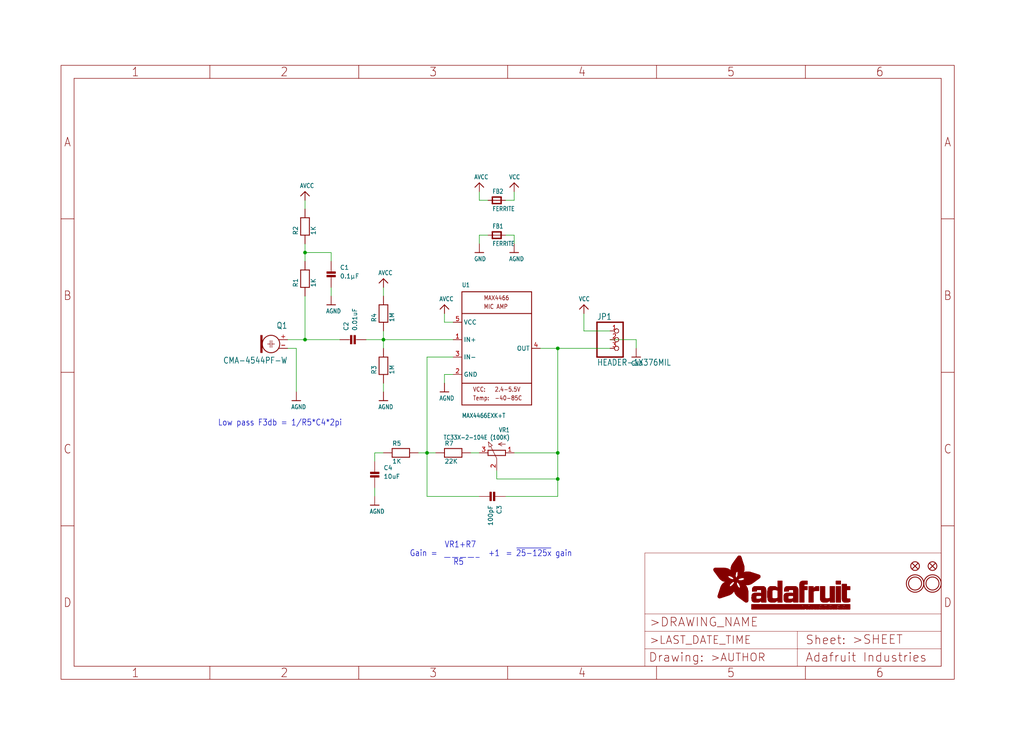
<source format=kicad_sch>
(kicad_sch (version 20211123) (generator eeschema)
  (paper "User" 298.45 217.881)
  (lib_symbols
    (symbol "eagleSchem-eagle-import:AGND" (power)
      (property "Value" "AGND" (at -1.524 -2.54 0))
      (symbol "AGND_1_0"
        (pin power_in line (at 0 2.54 270) (length 2.54) (name "AGND") (number "1"))
      )
    )
    (symbol "eagleSchem-eagle-import:AVCC" (power)
      (property "Value" "AVCC" (at -1.524 1.016 0))
      (symbol "AVCC_1_0"
        (pin power_in line (at 0 -2.54 90) (length 2.54) (name "AVCC") (number "1"))
      )
    )
    (symbol "eagleSchem-eagle-import:CAP_CERAMIC0805"
      (property "Reference" "C" (at 2.54 2.54 0))
      (property "Value" "CAP_CERAMIC0805" (at 2.54 0 0))
      (symbol "CAP_CERAMIC0805_1_0"
        (pin passive line (at 0 5.08 270) (length 2.54) (name "P$1") (number "1"))
        (pin passive line (at 0 -2.54 90) (length 2.54) (name "P$2") (number "2"))
      )
    )
    (symbol "eagleSchem-eagle-import:ELECTRET"
      (property "Reference" "Q" (at -2.54 -7.62 0))
      (property "Value" "ELECTRET" (at -2.54 2.54 0))
      (symbol "ELECTRET_1_0"
        (pin passive line (at -2.54 -2.54 0) (length 2.54) (name "2") (number "+"))
        (pin passive line (at -2.54 0 0) (length 2.54) (name "1") (number "-"))
      )
    )
    (symbol "eagleSchem-eagle-import:FERRITE0805"
      (property "Reference" "FB" (at -1.27 1.905 0))
      (property "Value" "FERRITE0805" (at -1.27 -3.175 0))
      (symbol "FERRITE0805_1_0"
        (pin passive line (at -2.54 0 0) (length 2.54) (name "P$1") (number "1"))
        (pin passive line (at 2.54 0 180) (length 2.54) (name "P$2") (number "2"))
      )
    )
    (symbol "eagleSchem-eagle-import:FIDUCIAL{dblquote}{dblquote}")
    (symbol "eagleSchem-eagle-import:FRAME_A4_ADAFRUIT"
      (symbol "FRAME_A4_ADAFRUIT_0_0"
        (text "1" (at 21.6958 1.905 0) (effects (font (size 2.54 2.286))))
        (text "1" (at 21.6958 177.165 0) (effects (font (size 2.54 2.286))))
        (text "2" (at 65.0875 1.905 0) (effects (font (size 2.54 2.286))))
        (text "2" (at 65.0875 177.165 0) (effects (font (size 2.54 2.286))))
        (text "3" (at 108.4792 1.905 0) (effects (font (size 2.54 2.286))))
        (text "3" (at 108.4792 177.165 0) (effects (font (size 2.54 2.286))))
        (text "4" (at 151.8708 1.905 0) (effects (font (size 2.54 2.286))))
        (text "4" (at 151.8708 177.165 0) (effects (font (size 2.54 2.286))))
        (text "5" (at 195.2625 1.905 0) (effects (font (size 2.54 2.286))))
        (text "5" (at 195.2625 177.165 0) (effects (font (size 2.54 2.286))))
        (text "6" (at 238.6542 1.905 0) (effects (font (size 2.54 2.286))))
        (text "6" (at 238.6542 177.165 0) (effects (font (size 2.54 2.286))))
        (text "A" (at 1.905 156.6863 0) (effects (font (size 2.54 2.286))))
        (text "A" (at 258.445 156.6863 0) (effects (font (size 2.54 2.286))))
        (text "B" (at 1.905 111.9188 0) (effects (font (size 2.54 2.286))))
        (text "B" (at 258.445 111.9188 0) (effects (font (size 2.54 2.286))))
        (text "C" (at 1.905 67.1513 0) (effects (font (size 2.54 2.286))))
        (text "C" (at 258.445 67.1513 0) (effects (font (size 2.54 2.286))))
        (text "D" (at 1.905 22.3838 0) (effects (font (size 2.54 2.286))))
        (text "D" (at 258.445 22.3838 0) (effects (font (size 2.54 2.286))))
      )
      (symbol "FRAME_A4_ADAFRUIT_1_0"
        (text ">AUTHOR" (at 189.23 5.08 0) (effects (font (size 2.286 2.286)) (justify left bottom)))
        (text ">DRAWING_NAME" (at 171.45 15.24 0) (effects (font (size 2.54 2.54)) (justify left bottom)))
        (text ">LAST_DATE_TIME" (at 171.45 10.16 0) (effects (font (size 2.286 2.286)) (justify left bottom)))
        (text ">SHEET" (at 230.505 10.16 0) (effects (font (size 2.54 2.54)) (justify left bottom)))
        (text "Adafruit Industries" (at 216.916 4.953 0) (effects (font (size 2.54 2.54)) (justify left bottom)))
        (text "Drawing:" (at 171.196 4.953 0) (effects (font (size 2.54 2.54)) (justify left bottom)))
        (text "Sheet:" (at 216.916 10.033 0) (effects (font (size 2.54 2.54)) (justify left bottom)))
      )
    )
    (symbol "eagleSchem-eagle-import:GND" (power)
      (property "Value" "GND" (at -1.524 -2.54 0))
      (symbol "GND_1_0"
        (pin power_in line (at 0 2.54 270) (length 2.54) (name "GND") (number "1"))
      )
    )
    (symbol "eagleSchem-eagle-import:HEADER-1X376MIL"
      (property "Reference" "JP" (at -6.35 5.715 0))
      (property "Value" "HEADER-1X376MIL" (at -6.35 -7.62 0))
      (symbol "HEADER-1X376MIL_1_0"
        (pin passive inverted (at -2.54 2.54 0) (length 2.54) (name "1") (number "1"))
        (pin passive inverted (at -2.54 0 0) (length 2.54) (name "2") (number "2"))
        (pin passive inverted (at -2.54 -2.54 0) (length 2.54) (name "3") (number "3"))
      )
    )
    (symbol "eagleSchem-eagle-import:MAX4466{dblquote}{dblquote}"
      (property "Reference" "U" (at -10.16 17.78 0))
      (property "Value" "MAX4466{dblquote}{dblquote}" (at -10.16 -20.32 0))
      (symbol "MAX4466{dblquote}{dblquote}_1_0"
        (text "-40-85C" (at -0.635 -15.24 0) (effects (font (size 1.27 1.0795)) (justify left bottom)))
        (text "2.4-5.5V" (at -0.635 -12.7 0) (effects (font (size 1.27 1.0795)) (justify left bottom)))
        (text "MAX4466" (at -3.81 13.97 0) (effects (font (size 1.27 1.0795)) (justify left bottom)))
        (text "MIC AMP" (at -3.81 11.43 0) (effects (font (size 1.27 1.0795)) (justify left bottom)))
        (text "Temp:" (at -6.985 -15.24 0) (effects (font (size 1.27 1.0795)) (justify left bottom)))
        (text "VCC:" (at -6.985 -12.7 0) (effects (font (size 1.27 1.0795)) (justify left bottom)))
        (pin bidirectional line (at -12.7 2.54 0) (length 2.54) (name "IN+") (number "1"))
        (pin bidirectional line (at -12.7 -7.62 0) (length 2.54) (name "GND") (number "2"))
        (pin bidirectional line (at -12.7 -2.54 0) (length 2.54) (name "IN-") (number "3"))
        (pin bidirectional line (at 12.7 0 180) (length 2.54) (name "OUT") (number "4"))
        (pin bidirectional line (at -12.7 7.62 0) (length 2.54) (name "VCC") (number "5"))
      )
    )
    (symbol "eagleSchem-eagle-import:MOUNTINGHOLE2.5")
    (symbol "eagleSchem-eagle-import:RESISTOR0805"
      (property "Reference" "R" (at -2.54 2.032 0))
      (property "Value" "RESISTOR0805" (at -2.54 -3.175 0))
      (symbol "RESISTOR0805_1_0"
        (pin passive line (at -5.08 0 0) (length 2.54) (name "1") (number "1"))
        (pin passive line (at 5.08 0 180) (length 2.54) (name "2") (number "2"))
      )
    )
    (symbol "eagleSchem-eagle-import:TRIMPOTTC33X-2"
      (property "Reference" "VR" (at -5.969 -3.81 90))
      (property "Value" "TRIMPOTTC33X-2" (at -3.81 -3.81 90))
      (symbol "TRIMPOTTC33X-2_1_0"
        (pin passive line (at 0 -5.08 90) (length 2.54) (name "A") (number "1"))
        (pin passive line (at 5.08 0 180) (length 2.54) (name "S") (number "2"))
        (pin passive line (at 0 5.08 270) (length 2.54) (name "E") (number "3"))
      )
    )
    (symbol "eagleSchem-eagle-import:VCC" (power)
      (property "Value" "VCC" (at -1.524 1.016 0))
      (symbol "VCC_1_0"
        (pin power_in line (at 0 -2.54 90) (length 2.54) (name "VCC") (number "1"))
      )
    )
  )
  (junction (at 162.56 139.7))
  (junction (at 162.56 132.08))
  (junction (at 88.9 73.66))
  (junction (at 88.9 99.06))
  (junction (at 162.56 101.6))
  (junction (at 124.46 132.08))
  (junction (at 111.76 99.06))
  (wire (pts (xy 147.32 144.78) (xy 162.56 144.78)))
  (wire (pts (xy 111.76 99.06) (xy 106.68 99.06)))
  (wire (pts (xy 177.8 99.06) (xy 185.42 99.06)))
  (wire (pts (xy 88.9 60.96) (xy 88.9 58.42)))
  (wire (pts (xy 162.56 101.6) (xy 177.8 101.6)))
  (wire (pts (xy 88.9 73.66) (xy 88.9 76.2)))
  (wire (pts (xy 132.08 93.98) (xy 129.54 93.98)))
  (wire (pts (xy 139.7 55.88) (xy 139.7 58.42)))
  (wire (pts (xy 109.22 132.08) (xy 109.22 134.62)))
  (wire (pts (xy 149.86 132.08) (xy 162.56 132.08)))
  (wire (pts (xy 144.78 137.16) (xy 144.78 139.7)))
  (wire (pts (xy 96.52 73.66) (xy 96.52 76.2)))
  (polyline (pts (xy 129.54 162.56) (xy 139.7 162.56)))
  (wire (pts (xy 162.56 101.6) (xy 157.48 101.6)))
  (wire (pts (xy 88.9 71.12) (xy 88.9 73.66)))
  (wire (pts (xy 86.36 101.6) (xy 86.36 114.3)))
  (wire (pts (xy 124.46 104.14) (xy 124.46 132.08)))
  (wire (pts (xy 111.76 96.52) (xy 111.76 99.06)))
  (wire (pts (xy 121.92 132.08) (xy 124.46 132.08)))
  (wire (pts (xy 162.56 139.7) (xy 162.56 132.08)))
  (wire (pts (xy 147.32 68.58) (xy 149.86 68.58)))
  (wire (pts (xy 149.86 68.58) (xy 149.86 71.12)))
  (wire (pts (xy 129.54 93.98) (xy 129.54 91.44)))
  (wire (pts (xy 144.78 139.7) (xy 162.56 139.7)))
  (wire (pts (xy 111.76 99.06) (xy 111.76 101.6)))
  (wire (pts (xy 109.22 142.24) (xy 109.22 144.78)))
  (wire (pts (xy 99.06 99.06) (xy 88.9 99.06)))
  (wire (pts (xy 132.08 104.14) (xy 124.46 104.14)))
  (wire (pts (xy 124.46 132.08) (xy 127 132.08)))
  (wire (pts (xy 137.16 132.08) (xy 139.7 132.08)))
  (wire (pts (xy 149.86 58.42) (xy 147.32 58.42)))
  (wire (pts (xy 139.7 58.42) (xy 142.24 58.42)))
  (wire (pts (xy 111.76 111.76) (xy 111.76 114.3)))
  (wire (pts (xy 129.54 109.22) (xy 129.54 111.76)))
  (wire (pts (xy 177.8 96.52) (xy 170.18 96.52)))
  (wire (pts (xy 149.86 55.88) (xy 149.86 58.42)))
  (wire (pts (xy 96.52 83.82) (xy 96.52 86.36)))
  (wire (pts (xy 139.7 71.12) (xy 139.7 68.58)))
  (wire (pts (xy 124.46 132.08) (xy 124.46 144.78)))
  (wire (pts (xy 170.18 96.52) (xy 170.18 91.44)))
  (wire (pts (xy 132.08 109.22) (xy 129.54 109.22)))
  (wire (pts (xy 139.7 68.58) (xy 142.24 68.58)))
  (wire (pts (xy 88.9 73.66) (xy 96.52 73.66)))
  (wire (pts (xy 162.56 132.08) (xy 162.56 101.6)))
  (wire (pts (xy 88.9 99.06) (xy 83.82 99.06)))
  (wire (pts (xy 111.76 83.82) (xy 111.76 86.36)))
  (wire (pts (xy 132.08 99.06) (xy 111.76 99.06)))
  (wire (pts (xy 88.9 86.36) (xy 88.9 99.06)))
  (wire (pts (xy 83.82 101.6) (xy 86.36 101.6)))
  (wire (pts (xy 162.56 144.78) (xy 162.56 139.7)))
  (wire (pts (xy 185.42 99.06) (xy 185.42 101.6)))
  (wire (pts (xy 124.46 144.78) (xy 139.7 144.78)))
  (wire (pts (xy 111.76 132.08) (xy 109.22 132.08)))
  (text "R5" (at 132.08 165.1 180) (effects (font (size 1.778 1.5113)) (justify left bottom)))
  (text "= ~{25-125x} gain" (at 147.32 162.56 180) (effects (font (size 1.778 1.5113)) (justify left bottom)))
  (text "VR1+R7" (at 129.54 160.02 180) (effects (font (size 1.778 1.5113)) (justify left bottom)))
  (text "Low pass F3db = 1/R5*C4*2pi" (at 63.5 124.46 180) (effects (font (size 1.778 1.5113)) (justify left bottom)))
  (text "+1" (at 142.24 162.56 180) (effects (font (size 1.778 1.5113)) (justify left bottom)))
  (text "Gain =" (at 119.38 162.56 180) (effects (font (size 1.778 1.5113)) (justify left bottom)))
  (symbol (lib_id "eagleSchem-eagle-import:AGND") (at 111.76 116.84 0) (unit 1)
    (property "Reference" "#U$9" (effects hide))
    (property "Value" "AGND" (at 110.236 119.38 0) (effects (font (size 1.27 1.0795)) (justify left bottom)))
    (property "Footprint" "eagleSchem:" (effects hide))
  )
  (symbol (lib_id "eagleSchem-eagle-import:RESISTOR0805") (at 111.76 91.44 90) (unit 1)
    (property "Reference" "R4" (at 109.728 93.98 0) (effects (justify left bottom)))
    (property "Value" "1M" (at 114.935 93.98 0) (effects (justify left bottom)))
    (property "Footprint" "eagleSchem:0805" (effects hide))
  )
  (symbol (lib_id "eagleSchem-eagle-import:GND") (at 185.42 104.14 0) (unit 1)
    (property "Reference" "#U$15" (effects hide))
    (property "Value" "GND" (at 183.896 106.68 0) (effects (font (size 1.27 1.0795)) (justify left bottom)))
    (property "Footprint" "eagleSchem:" (effects hide))
  )
  (symbol (lib_id "eagleSchem-eagle-import:RESISTOR0805") (at 132.08 132.08 0) (unit 1)
    (property "Reference" "R7" (at 129.54 130.048 0) (effects (justify left bottom)))
    (property "Value" "22K" (at 129.54 135.255 0) (effects (justify left bottom)))
    (property "Footprint" "eagleSchem:0805" (effects hide))
  )
  (symbol (lib_id "eagleSchem-eagle-import:FIDUCIAL{dblquote}{dblquote}") (at 266.7 165.1 0) (unit 1)
    (property "Reference" "FID2" (effects hide))
    (property "Value" "FIDUCIAL{dblquote}{dblquote}" (effects hide))
    (property "Footprint" "eagleSchem:FIDUCIAL_1MM" (effects hide))
  )
  (symbol (lib_id "eagleSchem-eagle-import:RESISTOR0805") (at 116.84 132.08 0) (unit 1)
    (property "Reference" "R5" (at 114.3 130.048 0) (effects (justify left bottom)))
    (property "Value" "1K" (at 114.3 135.255 0) (effects (justify left bottom)))
    (property "Footprint" "eagleSchem:0805" (effects hide))
  )
  (symbol (lib_id "eagleSchem-eagle-import:FERRITE0805") (at 144.78 68.58 0) (unit 1)
    (property "Reference" "FB1" (at 143.51 66.675 0) (effects (font (size 1.27 1.0795)) (justify left bottom)))
    (property "Value" "FERRITE" (at 143.51 71.755 0) (effects (font (size 1.27 1.0795)) (justify left bottom)))
    (property "Footprint" "eagleSchem:0805" (effects hide))
  )
  (symbol (lib_id "eagleSchem-eagle-import:GND") (at 139.7 73.66 0) (unit 1)
    (property "Reference" "#U$7" (effects hide))
    (property "Value" "GND" (at 138.176 76.2 0) (effects (font (size 1.27 1.0795)) (justify left bottom)))
    (property "Footprint" "eagleSchem:" (effects hide))
  )
  (symbol (lib_id "eagleSchem-eagle-import:FIDUCIAL{dblquote}{dblquote}") (at 271.78 165.1 0) (unit 1)
    (property "Reference" "FID1" (effects hide))
    (property "Value" "FIDUCIAL{dblquote}{dblquote}" (effects hide))
    (property "Footprint" "eagleSchem:FIDUCIAL_1MM" (effects hide))
  )
  (symbol (lib_id "eagleSchem-eagle-import:CAP_CERAMIC0805") (at 142.24 144.78 270) (unit 1)
    (property "Reference" "C3" (at 144.78 147.32 0) (effects (justify left bottom)))
    (property "Value" "100pF" (at 142.24 147.32 0) (effects (justify left bottom)))
    (property "Footprint" "eagleSchem:0805" (effects hide))
  )
  (symbol (lib_id "eagleSchem-eagle-import:AVCC") (at 129.54 88.9 0) (unit 1)
    (property "Reference" "#U$3" (effects hide))
    (property "Value" "AVCC" (at 128.016 87.884 0) (effects (font (size 1.27 1.0795)) (justify left bottom)))
    (property "Footprint" "eagleSchem:" (effects hide))
  )
  (symbol (lib_id "eagleSchem-eagle-import:VCC") (at 149.86 53.34 0) (unit 1)
    (property "Reference" "#P+4" (effects hide))
    (property "Value" "VCC" (at 148.336 52.324 0) (effects (font (size 1.27 1.0795)) (justify left bottom)))
    (property "Footprint" "eagleSchem:" (effects hide))
  )
  (symbol (lib_id "eagleSchem-eagle-import:RESISTOR0805") (at 88.9 81.28 90) (unit 1)
    (property "Reference" "R1" (at 86.868 83.82 0) (effects (justify left bottom)))
    (property "Value" "1K" (at 92.075 83.82 0) (effects (justify left bottom)))
    (property "Footprint" "eagleSchem:0805" (effects hide))
  )
  (symbol (lib_id "eagleSchem-eagle-import:AVCC") (at 139.7 53.34 0) (unit 1)
    (property "Reference" "#U$6" (effects hide))
    (property "Value" "AVCC" (at 138.176 52.324 0) (effects (font (size 1.27 1.0795)) (justify left bottom)))
    (property "Footprint" "eagleSchem:" (effects hide))
  )
  (symbol (lib_id "eagleSchem-eagle-import:MOUNTINGHOLE2.5") (at 271.78 170.18 0) (unit 1)
    (property "Reference" "U$11" (effects hide))
    (property "Value" "MOUNTINGHOLE2.5" (effects hide))
    (property "Footprint" "eagleSchem:MOUNTINGHOLE_2.5_PLATED" (effects hide))
  )
  (symbol (lib_id "eagleSchem-eagle-import:AGND") (at 149.86 73.66 0) (unit 1)
    (property "Reference" "#U$2" (effects hide))
    (property "Value" "AGND" (at 148.336 76.2 0) (effects (font (size 1.27 1.0795)) (justify left bottom)))
    (property "Footprint" "eagleSchem:" (effects hide))
  )
  (symbol (lib_id "eagleSchem-eagle-import:AGND") (at 129.54 114.3 0) (unit 1)
    (property "Reference" "#U$8" (effects hide))
    (property "Value" "AGND" (at 128.016 116.84 0) (effects (font (size 1.27 1.0795)) (justify left bottom)))
    (property "Footprint" "eagleSchem:" (effects hide))
  )
  (symbol (lib_id "eagleSchem-eagle-import:FERRITE0805") (at 144.78 58.42 0) (unit 1)
    (property "Reference" "FB2" (at 143.51 56.515 0) (effects (font (size 1.27 1.0795)) (justify left bottom)))
    (property "Value" "FERRITE" (at 143.51 61.595 0) (effects (font (size 1.27 1.0795)) (justify left bottom)))
    (property "Footprint" "eagleSchem:0805" (effects hide))
  )
  (symbol (lib_id "eagleSchem-eagle-import:AVCC") (at 88.9 55.88 0) (unit 1)
    (property "Reference" "#U$4" (effects hide))
    (property "Value" "AVCC" (at 87.376 54.864 0) (effects (font (size 1.27 1.0795)) (justify left bottom)))
    (property "Footprint" "eagleSchem:" (effects hide))
  )
  (symbol (lib_id "eagleSchem-eagle-import:CAP_CERAMIC0805") (at 109.22 139.7 0) (unit 1)
    (property "Reference" "C4" (at 111.76 137.16 0) (effects (justify left bottom)))
    (property "Value" "10uF" (at 111.76 139.7 0) (effects (justify left bottom)))
    (property "Footprint" "eagleSchem:0805" (effects hide))
  )
  (symbol (lib_id "eagleSchem-eagle-import:CAP_CERAMIC0805") (at 96.52 81.28 0) (unit 1)
    (property "Reference" "C1" (at 99.06 78.74 0) (effects (justify left bottom)))
    (property "Value" "0.1µF" (at 99.06 81.28 0) (effects (justify left bottom)))
    (property "Footprint" "eagleSchem:0805" (effects hide))
  )
  (symbol (lib_id "eagleSchem-eagle-import:ELECTRET") (at 81.28 101.6 180) (unit 1)
    (property "Reference" "Q1" (at 83.82 93.98 0) (effects (font (size 1.778 1.5113)) (justify left bottom)))
    (property "Value" "CMA-4544PF-W" (at 83.82 104.14 0) (effects (font (size 1.778 1.5113)) (justify left bottom)))
    (property "Footprint" "eagleSchem:ELECTRET_9.7" (effects hide))
  )
  (symbol (lib_id "eagleSchem-eagle-import:VCC") (at 170.18 88.9 0) (unit 1)
    (property "Reference" "#P+1" (effects hide))
    (property "Value" "VCC" (at 168.656 87.884 0) (effects (font (size 1.27 1.0795)) (justify left bottom)))
    (property "Footprint" "eagleSchem:" (effects hide))
  )
  (symbol (lib_id "eagleSchem-eagle-import:MAX4466{dblquote}{dblquote}") (at 144.78 101.6 0) (unit 1)
    (property "Reference" "U1" (at 134.62 83.82 0) (effects (font (size 1.27 1.0795)) (justify left bottom)))
    (property "Value" "MAX4466EXK+T" (at 134.62 121.92 0) (effects (font (size 1.27 1.0795)) (justify left bottom)))
    (property "Footprint" "eagleSchem:SC70-5" (effects hide))
  )
  (symbol (lib_id "eagleSchem-eagle-import:AGND") (at 86.36 116.84 0) (unit 1)
    (property "Reference" "#U$12" (effects hide))
    (property "Value" "AGND" (at 84.836 119.38 0) (effects (font (size 1.27 1.0795)) (justify left bottom)))
    (property "Footprint" "eagleSchem:" (effects hide))
  )
  (symbol (lib_id "eagleSchem-eagle-import:AGND") (at 109.22 147.32 0) (unit 1)
    (property "Reference" "#U$5" (effects hide))
    (property "Value" "AGND" (at 107.696 149.86 0) (effects (font (size 1.27 1.0795)) (justify left bottom)))
    (property "Footprint" "eagleSchem:" (effects hide))
  )
  (symbol (lib_id "eagleSchem-eagle-import:AVCC") (at 111.76 81.28 0) (unit 1)
    (property "Reference" "#U$13" (effects hide))
    (property "Value" "AVCC" (at 110.236 80.264 0) (effects (font (size 1.27 1.0795)) (justify left bottom)))
    (property "Footprint" "eagleSchem:" (effects hide))
  )
  (symbol (lib_id "eagleSchem-eagle-import:HEADER-1X376MIL") (at 180.34 99.06 0) (unit 1)
    (property "Reference" "JP1" (at 173.99 93.345 0) (effects (font (size 1.778 1.5113)) (justify left bottom)))
    (property "Value" "HEADER-1X376MIL" (at 173.99 106.68 0) (effects (font (size 1.778 1.5113)) (justify left bottom)))
    (property "Footprint" "eagleSchem:1X03_ROUND_76" (effects hide))
  )
  (symbol (lib_id "eagleSchem-eagle-import:RESISTOR0805") (at 88.9 66.04 90) (unit 1)
    (property "Reference" "R2" (at 86.868 68.58 0) (effects (justify left bottom)))
    (property "Value" "1K" (at 92.075 68.58 0) (effects (justify left bottom)))
    (property "Footprint" "eagleSchem:0805" (effects hide))
  )
  (symbol (lib_id "eagleSchem-eagle-import:FRAME_A4_ADAFRUIT") (at 17.78 198.12 0) (unit 1)
    (property "Reference" "#U$1" (effects hide))
    (property "Value" "FRAME_A4_ADAFRUIT" (effects hide))
    (property "Footprint" "eagleSchem:" (effects hide))
  )
  (symbol (lib_id "eagleSchem-eagle-import:AGND") (at 96.52 88.9 0) (unit 1)
    (property "Reference" "#U$10" (effects hide))
    (property "Value" "AGND" (at 94.996 91.44 0) (effects (font (size 1.27 1.0795)) (justify left bottom)))
    (property "Footprint" "eagleSchem:" (effects hide))
  )
  (symbol (lib_id "eagleSchem-eagle-import:TRIMPOTTC33X-2") (at 144.78 132.08 90) (mirror x) (unit 1)
    (property "Reference" "VR1" (at 148.59 126.111 90) (effects (font (size 1.27 1.0795)) (justify left bottom)))
    (property "Value" "TC33X-2-104E (100K)" (at 148.59 128.27 90) (effects (font (size 1.27 1.0795)) (justify left bottom)))
    (property "Footprint" "eagleSchem:TRIMPOT_BOURNS_TC33X-2" (effects hide))
  )
  (symbol (lib_id "eagleSchem-eagle-import:MOUNTINGHOLE2.5") (at 266.7 170.18 0) (unit 1)
    (property "Reference" "U$14" (effects hide))
    (property "Value" "MOUNTINGHOLE2.5" (effects hide))
    (property "Footprint" "eagleSchem:MOUNTINGHOLE_2.5_PLATED" (effects hide))
  )
  (symbol (lib_id "eagleSchem-eagle-import:CAP_CERAMIC0805") (at 104.14 99.06 90) (unit 1)
    (property "Reference" "C2" (at 101.6 96.52 0) (effects (justify left bottom)))
    (property "Value" "0.01uF" (at 104.14 96.52 0) (effects (justify left bottom)))
    (property "Footprint" "eagleSchem:0805" (effects hide))
  )
  (symbol (lib_id "eagleSchem-eagle-import:RESISTOR0805") (at 111.76 106.68 90) (unit 1)
    (property "Reference" "R3" (at 109.728 109.22 0) (effects (justify left bottom)))
    (property "Value" "1M" (at 114.935 109.22 0) (effects (justify left bottom)))
    (property "Footprint" "eagleSchem:0805" (effects hide))
  )
)
</source>
